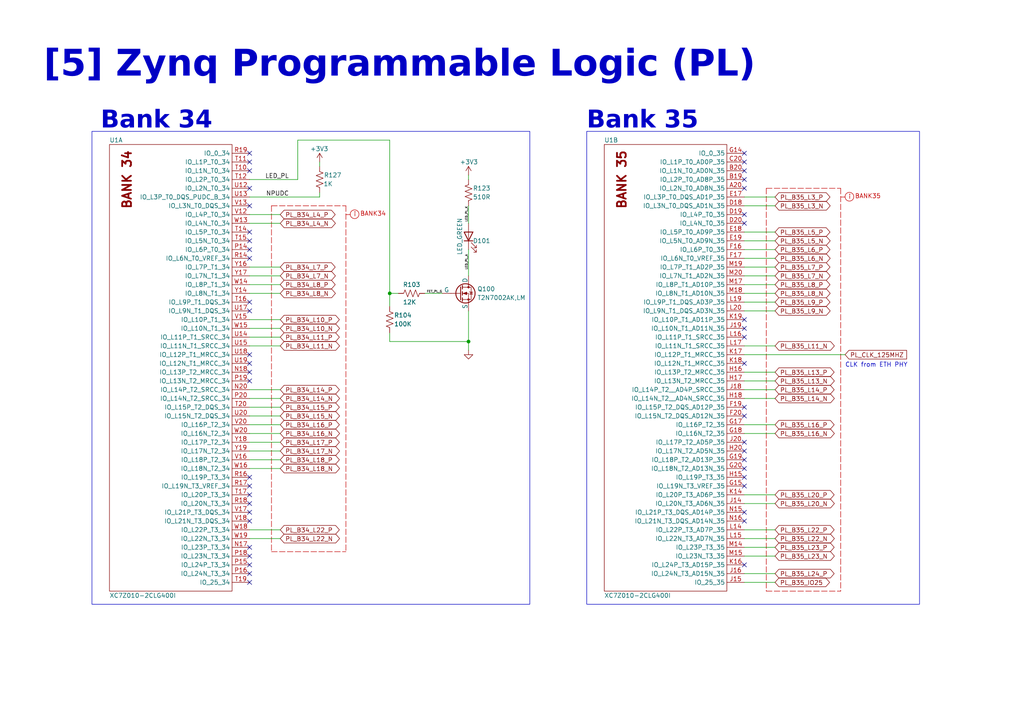
<source format=kicad_sch>
(kicad_sch (version 20230121) (generator eeschema)
  (paper "A4")
  (title_block (title "Zynq Programmable Logic"))
  (lib_symbols
    (symbol "Device:LED" (pin_numbers hide) (pin_names (offset 1.016) hide)
      (property "Reference" "D" (at 0 2.54 0))
      (property "Value" "LED" (at 0 -2.54 0))
      (symbol "LED_1_1"
        (pin passive line (at -3.81 0 0) (length 2.54) (name "K") (number "1"))
        (pin passive line (at 3.81 0 180) (length 2.54) (name "A") (number "2"))
      )
    )
    (symbol "Device:R_US" (pin_numbers hide) (pin_names (offset 0))
      (property "Reference" "R" (at 2.54 0 90))
      (property "Value" "R_US" (at -2.54 0 90))
      (symbol "R_US_1_1"
        (pin passive line (at 0 3.81 270) (length 1.27) (name "~") (number "1"))
        (pin passive line (at 0 -3.81 90) (length 1.27) (name "~") (number "2"))
      )
    )
    (symbol "ZeBra-X:NMOS_T2N7002AKLM" (pin_numbers hide) (pin_names (offset 0))
      (property "Reference" "Q" (at 5.08 1.27 0))
      (property "Value" "T2N7002AK,LM" (at 5.08 -1.27 0))
      (symbol "NMOS_T2N7002AKLM_1_1"
        (pin input line (at -5.08 0 0) (length 2.54) (name "G") (number "1"))
        (pin passive line (at 2.54 -5.08 90) (length 2.54) (name "S") (number "2"))
        (pin passive line (at 2.54 5.08 270) (length 2.54) (name "D") (number "3"))
      )
    )
    (symbol "ZeBra-X:XC7Z010-2CLG400I"
      (property "Reference" "U?" (at 0 1.27 0))
      (property "Value" "XC7Z010-2CLG400I" (at 0 -1.27 0))
      (symbol "XC7Z010-2CLG400I_1_0"
        (pin unspecified line (at 22.86 -50.8 180) (length 5.08) (name "IO_L23P_T3_34") (number "N17"))
        (pin unspecified line (at 22.86 0 180) (length 5.08) (name "IO_L13P_T2_MRCC_34") (number "N18"))
        (pin unspecified line (at 22.86 -5.08 180) (length 5.08) (name "IO_L14P_T2_SRCC_34") (number "N20"))
        (pin unspecified line (at 22.86 35.56 180) (length 5.08) (name "IO_L6P_T0_34") (number "P14"))
        (pin unspecified line (at 22.86 -55.88 180) (length 5.08) (name "IO_L24P_T3_34") (number "P15"))
        (pin unspecified line (at 22.86 -58.42 180) (length 5.08) (name "IO_L24N_T3_34") (number "P16"))
        (pin unspecified line (at 22.86 -53.34 180) (length 5.08) (name "IO_L23N_T3_34") (number "P18"))
        (pin unspecified line (at 22.86 -2.54 180) (length 5.08) (name "IO_L13N_T2_MRCC_34") (number "P19"))
        (pin unspecified line (at 22.86 -7.62 180) (length 5.08) (name "IO_L14N_T2_SRCC_34") (number "P20"))
        (pin unspecified line (at 22.86 33.02 180) (length 5.08) (name "IO_L6N_T0_VREF_34") (number "R14"))
        (pin unspecified line (at 22.86 -30.48 180) (length 5.08) (name "IO_L19P_T3_34") (number "R16"))
        (pin unspecified line (at 22.86 -33.02 180) (length 5.08) (name "IO_L19N_T3_VREF_34") (number "R17"))
        (pin unspecified line (at 22.86 -38.1 180) (length 5.08) (name "IO_L20N_T3_34") (number "R18"))
        (pin unspecified line (at 22.86 63.5 180) (length 5.08) (name "IO_0_34") (number "R19"))
        (pin unspecified line (at 22.86 58.42 180) (length 5.08) (name "IO_L1N_T0_34") (number "T10"))
        (pin unspecified line (at 22.86 60.96 180) (length 5.08) (name "IO_L1P_T0_34") (number "T11"))
        (pin unspecified line (at 22.86 55.88 180) (length 5.08) (name "IO_L2P_T0_34") (number "T12"))
        (pin unspecified line (at 22.86 40.64 180) (length 5.08) (name "IO_L5P_T0_34") (number "T14"))
        (pin unspecified line (at 22.86 38.1 180) (length 5.08) (name "IO_L5N_T0_34") (number "T15"))
        (pin unspecified line (at 22.86 20.32 180) (length 5.08) (name "IO_L9P_T1_DQS_34") (number "T16"))
        (pin unspecified line (at 22.86 -35.56 180) (length 5.08) (name "IO_L20P_T3_34") (number "T17"))
        (pin unspecified line (at 22.86 -60.96 180) (length 5.08) (name "IO_25_34") (number "T19"))
        (pin unspecified line (at 22.86 -10.16 180) (length 5.08) (name "IO_L15P_T2_DQS_34") (number "T20"))
        (pin unspecified line (at 22.86 53.34 180) (length 5.08) (name "IO_L2N_T0_34") (number "U12"))
        (pin unspecified line (at 22.86 50.8 180) (length 5.08) (name "IO_L3P_T0_DQS_PUDC_B_34") (number "U13"))
        (pin unspecified line (at 22.86 10.16 180) (length 5.08) (name "IO_L11P_T1_SRCC_34") (number "U14"))
        (pin unspecified line (at 22.86 7.62 180) (length 5.08) (name "IO_L11N_T1_SRCC_34") (number "U15"))
        (pin unspecified line (at 22.86 17.78 180) (length 5.08) (name "IO_L9N_T1_DQS_34") (number "U17"))
        (pin unspecified line (at 22.86 5.08 180) (length 5.08) (name "IO_L12P_T1_MRCC_34") (number "U18"))
        (pin unspecified line (at 22.86 2.54 180) (length 5.08) (name "IO_L12N_T1_MRCC_34") (number "U19"))
        (pin unspecified line (at 22.86 -12.7 180) (length 5.08) (name "IO_L15N_T2_DQS_34") (number "U20"))
        (pin unspecified line (at 22.86 45.72 180) (length 5.08) (name "IO_L4P_T0_34") (number "V12"))
        (pin unspecified line (at 22.86 48.26 180) (length 5.08) (name "IO_L3N_T0_DQS_34") (number "V13"))
        (pin unspecified line (at 22.86 15.24 180) (length 5.08) (name "IO_L10P_T1_34") (number "V15"))
        (pin unspecified line (at 22.86 -25.4 180) (length 5.08) (name "IO_L18P_T2_34") (number "V16"))
        (pin unspecified line (at 22.86 -40.64 180) (length 5.08) (name "IO_L21P_T3_DQS_34") (number "V17"))
        (pin unspecified line (at 22.86 -43.18 180) (length 5.08) (name "IO_L21N_T3_DQS_34") (number "V18"))
        (pin unspecified line (at 22.86 -15.24 180) (length 5.08) (name "IO_L16P_T2_34") (number "V20"))
        (pin unspecified line (at 22.86 43.18 180) (length 5.08) (name "IO_L4N_T0_34") (number "W13"))
        (pin unspecified line (at 22.86 25.4 180) (length 5.08) (name "IO_L8P_T1_34") (number "W14"))
        (pin unspecified line (at 22.86 12.7 180) (length 5.08) (name "IO_L10N_T1_34") (number "W15"))
        (pin unspecified line (at 22.86 -27.94 180) (length 5.08) (name "IO_L18N_T2_34") (number "W16"))
        (pin unspecified line (at 22.86 -45.72 180) (length 5.08) (name "IO_L22P_T3_34") (number "W18"))
        (pin unspecified line (at 22.86 -48.26 180) (length 5.08) (name "IO_L22N_T3_34") (number "W19"))
        (pin unspecified line (at 22.86 -17.78 180) (length 5.08) (name "IO_L16N_T2_34") (number "W20"))
        (pin unspecified line (at 22.86 22.86 180) (length 5.08) (name "IO_L8N_T1_34") (number "Y14"))
        (pin unspecified line (at 22.86 30.48 180) (length 5.08) (name "IO_L7P_T1_34") (number "Y16"))
        (pin unspecified line (at 22.86 27.94 180) (length 5.08) (name "IO_L7N_T1_34") (number "Y17"))
        (pin unspecified line (at 22.86 -20.32 180) (length 5.08) (name "IO_L17P_T2_34") (number "Y18"))
        (pin unspecified line (at 22.86 -22.86 180) (length 5.08) (name "IO_L17N_T2_34") (number "Y19"))
      )
      (symbol "XC7Z010-2CLG400I_1_1"
        (text "BANK 34" (at -12.7 55.88 900) (effects (font (size 2.54 2.54) bold)))
      )
      (symbol "XC7Z010-2CLG400I_2_0"
        (pin unspecified line (at 22.86 55.88 180) (length 5.08) (name "IO_L2N_T0_AD8N_35") (number "A20"))
        (pin unspecified line (at 22.86 58.42 180) (length 5.08) (name "IO_L2P_T0_AD8P_35") (number "B19"))
        (pin unspecified line (at 22.86 60.96 180) (length 5.08) (name "IO_L1N_T0_AD0N_35") (number "B20"))
        (pin unspecified line (at 22.86 63.5 180) (length 5.08) (name "IO_L1P_T0_AD0P_35") (number "C20"))
        (pin unspecified line (at 22.86 50.8 180) (length 5.08) (name "IO_L3N_T0_DQS_AD1N_35") (number "D18"))
        (pin unspecified line (at 22.86 48.26 180) (length 5.08) (name "IO_L4P_T0_35") (number "D19"))
        (pin unspecified line (at 22.86 45.72 180) (length 5.08) (name "IO_L4N_T0_35") (number "D20"))
        (pin unspecified line (at 22.86 53.34 180) (length 5.08) (name "IO_L3P_T0_DQS_AD1P_35") (number "E17"))
        (pin unspecified line (at 22.86 43.18 180) (length 5.08) (name "IO_L5P_T0_AD9P_35") (number "E18"))
        (pin unspecified line (at 22.86 40.64 180) (length 5.08) (name "IO_L5N_T0_AD9N_35") (number "E19"))
        (pin unspecified line (at 22.86 38.1 180) (length 5.08) (name "IO_L6P_T0_35") (number "F16"))
        (pin unspecified line (at 22.86 35.56 180) (length 5.08) (name "IO_L6N_T0_VREF_35") (number "F17"))
        (pin unspecified line (at 22.86 -7.62 180) (length 5.08) (name "IO_L15P_T2_DQS_AD12P_35") (number "F19"))
        (pin unspecified line (at 22.86 -10.16 180) (length 5.08) (name "IO_L15N_T2_DQS_AD12N_35") (number "F20"))
        (pin unspecified line (at 22.86 66.04 180) (length 5.08) (name "IO_0_35") (number "G14"))
        (pin unspecified line (at 22.86 -30.48 180) (length 5.08) (name "IO_L19N_T3_VREF_35") (number "G15"))
        (pin unspecified line (at 22.86 -12.7 180) (length 5.08) (name "IO_L16P_T2_35") (number "G17"))
        (pin unspecified line (at 22.86 -15.24 180) (length 5.08) (name "IO_L16N_T2_35") (number "G18"))
        (pin unspecified line (at 22.86 -22.86 180) (length 5.08) (name "IO_L18P_T2_AD13P_35") (number "G19"))
        (pin unspecified line (at 22.86 -25.4 180) (length 5.08) (name "IO_L18N_T2_AD13N_35") (number "G20"))
        (pin unspecified line (at 22.86 -27.94 180) (length 5.08) (name "IO_L19P_T3_35") (number "H15"))
        (pin unspecified line (at 22.86 2.54 180) (length 5.08) (name "IO_L13P_T2_MRCC_35") (number "H16"))
        (pin unspecified line (at 22.86 0 180) (length 5.08) (name "IO_L13N_T2_MRCC_35") (number "H17"))
        (pin unspecified line (at 22.86 -5.08 180) (length 5.08) (name "IO_L14N_T2__AD4N_SRCC_35") (number "H18"))
        (pin unspecified line (at 22.86 -20.32 180) (length 5.08) (name "IO_L17N_T2_AD5N_35") (number "H20"))
        (pin unspecified line (at 22.86 -35.56 180) (length 5.08) (name "IO_L20N_T3_AD6N_35") (number "J14"))
        (pin unspecified line (at 22.86 -58.42 180) (length 5.08) (name "IO_25_35") (number "J15"))
        (pin unspecified line (at 22.86 -55.88 180) (length 5.08) (name "IO_L24N_T3_AD15N_35") (number "J16"))
        (pin unspecified line (at 22.86 -2.54 180) (length 5.08) (name "IO_L14P_T2__AD4P_SRCC_35") (number "J18"))
        (pin unspecified line (at 22.86 15.24 180) (length 5.08) (name "IO_L10N_T1_AD11N_35") (number "J19"))
        (pin unspecified line (at 22.86 -17.78 180) (length 5.08) (name "IO_L17P_T2_AD5P_35") (number "J20"))
        (pin unspecified line (at 22.86 -33.02 180) (length 5.08) (name "IO_L20P_T3_AD6P_35") (number "K14"))
        (pin unspecified line (at 22.86 -53.34 180) (length 5.08) (name "IO_L24P_T3_AD15P_35") (number "K16"))
        (pin unspecified line (at 22.86 7.62 180) (length 5.08) (name "IO_L12P_T1_MRCC_35") (number "K17"))
        (pin unspecified line (at 22.86 5.08 180) (length 5.08) (name "IO_L12N_T1_MRCC_35") (number "K18"))
        (pin unspecified line (at 22.86 17.78 180) (length 5.08) (name "IO_L10P_T1_AD11P_35") (number "K19"))
        (pin unspecified line (at 22.86 -43.18 180) (length 5.08) (name "IO_L22P_T3_AD7P_35") (number "L14"))
        (pin unspecified line (at 22.86 -45.72 180) (length 5.08) (name "IO_L22N_T3_AD7N_35") (number "L15"))
        (pin unspecified line (at 22.86 12.7 180) (length 5.08) (name "IO_L11P_T1_SRCC_35") (number "L16"))
        (pin unspecified line (at 22.86 10.16 180) (length 5.08) (name "IO_L11N_T1_SRCC_35") (number "L17"))
        (pin unspecified line (at 22.86 22.86 180) (length 5.08) (name "IO_L9P_T1_DQS_AD3P_35") (number "L19"))
        (pin unspecified line (at 22.86 20.32 180) (length 5.08) (name "IO_L9N_T1_DQS_AD3N_35") (number "L20"))
        (pin unspecified line (at 22.86 -48.26 180) (length 5.08) (name "IO_L23P_T3_35") (number "M14"))
        (pin unspecified line (at 22.86 -50.8 180) (length 5.08) (name "IO_L23N_T3_35") (number "M15"))
        (pin unspecified line (at 22.86 27.94 180) (length 5.08) (name "IO_L8P_T1_AD10P_35") (number "M17"))
        (pin unspecified line (at 22.86 25.4 180) (length 5.08) (name "IO_L8N_T1_AD10N_35") (number "M18"))
        (pin unspecified line (at 22.86 33.02 180) (length 5.08) (name "IO_L7P_T1_AD2P_35") (number "M19"))
        (pin unspecified line (at 22.86 30.48 180) (length 5.08) (name "IO_L7N_T1_AD2N_35") (number "M20"))
        (pin unspecified line (at 22.86 -38.1 180) (length 5.08) (name "IO_L21P_T3_DQS_AD14P_35") (number "N15"))
        (pin unspecified line (at 22.86 -40.64 180) (length 5.08) (name "IO_L21N_T3_DQS_AD14N_35") (number "N16"))
      )
      (symbol "XC7Z010-2CLG400I_2_1"
        (text "BANK 35" (at -12.7 58.42 900) (effects (font (size 2.54 2.54) bold)))
      )
      (symbol "XC7Z010-2CLG400I_3_0"
        (pin unspecified line (at 12.7 17.78 180) (length 5.08) (name "TDO_0") (number "F6"))
        (pin unspecified line (at 12.7 15.24 180) (length 5.08) (name "TCK_0") (number "F9"))
        (pin unspecified line (at 12.7 20.32 180) (length 5.08) (name "TDI_0") (number "G6"))
        (pin unspecified line (at 12.7 12.7 180) (length 5.08) (name "TMS_0") (number "J6"))
        (pin unspecified line (at 12.7 -17.78 180) (length 5.08) (name "VREFN_0") (number "K10"))
        (pin unspecified line (at 12.7 -7.62 180) (length 5.08) (name "VP_0") (number "K9"))
        (pin unspecified line (at 12.7 -10.16 180) (length 5.08) (name "VN_0") (number "L10"))
        (pin unspecified line (at 12.7 0 180) (length 5.08) (name "PROGRAM_B_0") (number "L6"))
        (pin unspecified line (at 12.7 -15.24 180) (length 5.08) (name "VREFP_0") (number "L9"))
        (pin unspecified line (at 12.7 -25.4 180) (length 5.08) (name "DXN_0") (number "M10"))
        (pin unspecified line (at 12.7 -2.54 180) (length 5.08) (name "CFGBVS_0") (number "M6"))
        (pin unspecified line (at 12.7 -22.86 180) (length 5.08) (name "DXP_0") (number "M9"))
        (pin unspecified line (at 12.7 5.08 180) (length 5.08) (name "INIT_B_0") (number "R10"))
        (pin unspecified line (at 12.7 7.62 180) (length 5.08) (name "DONE_0") (number "R11"))
      )
      (symbol "XC7Z010-2CLG400I_4_0"
        (pin unspecified line (at 15.24 -35.56 180) (length 5.08) (name "PS_MIO37_501") (number "A10"))
        (pin unspecified line (at 15.24 -33.02 180) (length 5.08) (name "PS_MIO36_501") (number "A11"))
        (pin unspecified line (at 15.24 -27.94 180) (length 5.08) (name "PS_MIO34_501") (number "A12"))
        (pin unspecified line (at 15.24 -22.86 180) (length 5.08) (name "PS_MIO32_501") (number "A14"))
        (pin unspecified line (at 15.24 -7.62 180) (length 5.08) (name "PS_MIO26_501") (number "A15"))
        (pin unspecified line (at 15.24 -2.54 180) (length 5.08) (name "PS_MIO24_501") (number "A16"))
        (pin unspecified line (at 15.24 7.62 180) (length 5.08) (name "PS_MIO20_501") (number "A17"))
        (pin unspecified line (at 15.24 17.78 180) (length 5.08) (name "PS_MIO16_501") (number "A19"))
        (pin unspecified line (at 15.24 43.18 180) (length 5.08) (name "PS_MIO6_500") (number "A5"))
        (pin unspecified line (at 15.24 45.72 180) (length 5.08) (name "PS_MIO5_500") (number "A6"))
        (pin unspecified line (at 15.24 55.88 180) (length 5.08) (name "PS_MIO1_500") (number "A7"))
        (pin unspecified line (at 15.24 -50.8 180) (length 5.08) (name "PS_MIO43_501") (number "A9"))
        (pin unspecified line (at 15.24 68.58 180) (length 5.08) (name "PS_SRST_B_501") (number "B10"))
        (pin unspecified line (at 15.24 -63.5 180) (length 5.08) (name "PS_MIO48_501") (number "B12"))
        (pin unspecified line (at 15.24 -68.58 180) (length 5.08) (name "PS_MIO50_501") (number "B13"))
        (pin unspecified line (at 15.24 -60.96 180) (length 5.08) (name "PS_MIO47_501") (number "B14"))
        (pin unspecified line (at 15.24 -55.88 180) (length 5.08) (name "PS_MIO45_501") (number "B15"))
        (pin unspecified line (at 15.24 2.54 180) (length 5.08) (name "PS_MIO22_501") (number "B17"))
        (pin unspecified line (at 15.24 12.7 180) (length 5.08) (name "PS_MIO18_501") (number "B18"))
        (pin unspecified line (at 15.24 35.56 180) (length 5.08) (name "PS_MIO9_500") (number "B5"))
        (pin unspecified line (at 15.24 48.26 180) (length 5.08) (name "PS_MIO4_500") (number "B7"))
        (pin unspecified line (at 15.24 53.34 180) (length 5.08) (name "PS_MIO2_500") (number "B8"))
        (pin unspecified line (at 15.24 -71.12 180) (length 5.08) (name "PS_MIO51_501") (number "B9"))
        (pin unspecified line (at 15.24 -73.66 180) (length 5.08) (name "PS_MIO52_501") (number "C10"))
        (pin unspecified line (at 15.24 -76.2 180) (length 5.08) (name "PS_MIO53_501") (number "C11"))
        (pin unspecified line (at 15.24 -66.04 180) (length 5.08) (name "PS_MIO49_501") (number "C12"))
        (pin unspecified line (at 15.24 -15.24 180) (length 5.08) (name "PS_MIO29_501") (number "C13"))
        (pin unspecified line (at 15.24 -17.78 180) (length 5.08) (name "PS_MIO30_501") (number "C15"))
        (pin unspecified line (at 15.24 -12.7 180) (length 5.08) (name "PS_MIO28_501") (number "C16"))
        (pin unspecified line (at 15.24 -45.72 180) (length 5.08) (name "PS_MIO41_501") (number "C17"))
        (pin unspecified line (at 15.24 -40.64 180) (length 5.08) (name "PS_MIO39_501") (number "C18"))
        (pin unspecified line (at 15.24 22.86 180) (length 5.08) (name "PS_MIO14_500") (number "C5"))
        (pin unspecified line (at 15.24 30.48 180) (length 5.08) (name "PS_MIO11_500") (number "C6"))
        (pin unspecified line (at 15.24 71.12 180) (length 5.08) (name "PS_POR_B_500") (number "C7"))
        (pin unspecified line (at 15.24 20.32 180) (length 5.08) (name "PS_MIO15_500") (number "C8"))
        (pin unspecified line (at 15.24 10.16 180) (length 5.08) (name "PS_MIO19_501") (number "D10"))
        (pin unspecified line (at 15.24 0 180) (length 5.08) (name "PS_MIO23_501") (number "D11"))
        (pin unspecified line (at 15.24 -10.16 180) (length 5.08) (name "PS_MIO27_501") (number "D13"))
        (pin unspecified line (at 15.24 -43.18 180) (length 5.08) (name "PS_MIO40_501") (number "D14"))
        (pin unspecified line (at 15.24 -25.4 180) (length 5.08) (name "PS_MIO33_501") (number "D15"))
        (pin unspecified line (at 15.24 -58.42 180) (length 5.08) (name "PS_MIO46_501") (number "D16"))
        (pin unspecified line (at 15.24 38.1 180) (length 5.08) (name "PS_MIO8_500") (number "D5"))
        (pin unspecified line (at 15.24 50.8 180) (length 5.08) (name "PS_MIO3_500") (number "D6"))
        (pin unspecified line (at 15.24 40.64 180) (length 5.08) (name "PS_MIO7_500") (number "D8"))
        (pin unspecified line (at 15.24 27.94 180) (length 5.08) (name "PS_MIO12_500") (number "D9"))
        (pin unspecified line (at 15.24 63.5 180) (length 5.08) (name "PS_MIO_VREF_501") (number "E11"))
        (pin unspecified line (at 15.24 -48.26 180) (length 5.08) (name "PS_MIO42_501") (number "E12"))
        (pin unspecified line (at 15.24 -38.1 180) (length 5.08) (name "PS_MIO38_501") (number "E13"))
        (pin unspecified line (at 15.24 15.24 180) (length 5.08) (name "PS_MIO17_501") (number "E14"))
        (pin unspecified line (at 15.24 -20.32 180) (length 5.08) (name "PS_MIO31_501") (number "E16"))
        (pin unspecified line (at 15.24 58.42 180) (length 5.08) (name "PS_MIO0_500") (number "E6"))
        (pin unspecified line (at 15.24 76.2 180) (length 5.08) (name "PS_CLK_500") (number "E7"))
        (pin unspecified line (at 15.24 25.4 180) (length 5.08) (name "PS_MIO13_500") (number "E8"))
        (pin unspecified line (at 15.24 33.02 180) (length 5.08) (name "PS_MIO10_500") (number "E9"))
        (pin unspecified line (at 15.24 -30.48 180) (length 5.08) (name "PS_MIO35_501") (number "F12"))
        (pin unspecified line (at 15.24 -53.34 180) (length 5.08) (name "PS_MIO44_501") (number "F13"))
        (pin unspecified line (at 15.24 5.08 180) (length 5.08) (name "PS_MIO21_501") (number "F14"))
        (pin unspecified line (at 15.24 -5.08 180) (length 5.08) (name "PS_MIO25_501") (number "F15"))
      )
      (symbol "XC7Z010-2CLG400I_6_0"
        (pin unspecified line (at 17.78 -5.08 180) (length 5.08) (name "VCCO_35") (number "C19"))
        (pin unspecified line (at 17.78 -7.62 180) (length 5.08) (name "VCCO_35") (number "F18"))
        (pin unspecified line (at 17.78 -10.16 180) (length 5.08) (name "VCCO_35") (number "H14"))
        (pin unspecified line (at 17.78 -12.7 180) (length 5.08) (name "VCCO_35") (number "J17"))
        (pin unspecified line (at 17.78 -15.24 180) (length 5.08) (name "VCCO_35") (number "K20"))
        (pin unspecified line (at -17.78 0 0) (length 5.08) (name "VCCO_0") (number "K6"))
        (pin unspecified line (at 17.78 -17.78 180) (length 5.08) (name "VCCO_35") (number "M16"))
        (pin unspecified line (at -17.78 -5.08 0) (length 5.08) (name "VCCO_34") (number "N19"))
        (pin unspecified line (at -17.78 5.08 0) (length 5.08) (name "RSVDVCC3") (number "N6"))
        (pin unspecified line (at -17.78 -7.62 0) (length 5.08) (name "VCCO_34") (number "R15"))
        (pin unspecified line (at -17.78 7.62 0) (length 5.08) (name "RSVDVCC2") (number "R6"))
        (pin unspecified line (at -17.78 -10.16 0) (length 5.08) (name "VCCO_34") (number "T18"))
        (pin unspecified line (at -17.78 10.16 0) (length 5.08) (name "RSVDVCC1") (number "T6"))
        (pin unspecified line (at 17.78 7.62 180) (length 5.08) (name "VCCO_13") (number "T8"))
        (pin unspecified line (at 17.78 5.08 180) (length 5.08) (name "VCCO_13") (number "U11"))
        (pin unspecified line (at -17.78 -12.7 0) (length 5.08) (name "VCCO_34") (number "V14"))
        (pin unspecified line (at -17.78 -15.24 0) (length 5.08) (name "VCCO_34") (number "W17"))
        (pin unspecified line (at 17.78 2.54 180) (length 5.08) (name "VCCO_13") (number "W7"))
        (pin unspecified line (at 17.78 0 180) (length 5.08) (name "VCCO_13") (number "Y10"))
        (pin unspecified line (at -17.78 -17.78 0) (length 5.08) (name "VCCO_34") (number "Y20"))
      )
      (symbol "XC7Z010-2CLG400I_7_0"
        (pin unspecified line (at -22.86 -40.64 0) (length 5.08) (name "VCCO_MIO1_501") (number "A13"))
        (pin unspecified line (at 22.86 -17.78 180) (length 5.08) (name "VCCO_DDR_502") (number "A3"))
        (pin unspecified line (at -22.86 -43.18 0) (length 5.08) (name "VCCO_MIO1_501") (number "B16"))
        (pin unspecified line (at -22.86 -33.02 0) (length 5.08) (name "VCCO_MIO0_500") (number "B6"))
        (pin unspecified line (at -22.86 -45.72 0) (length 5.08) (name "VCCO_MIO1_501") (number "D12"))
        (pin unspecified line (at 22.86 -20.32 180) (length 5.08) (name "VCCO_DDR_502") (number "D2"))
        (pin unspecified line (at -22.86 -35.56 0) (length 5.08) (name "VCCO_MIO0_500") (number "D7"))
        (pin unspecified line (at -22.86 -48.26 0) (length 5.08) (name "VCCO_MIO1_501") (number "E15"))
        (pin unspecified line (at 22.86 -22.86 180) (length 5.08) (name "VCCO_DDR_502") (number "E5"))
        (pin unspecified line (at 22.86 25.4 180) (length 5.08) (name "VCCBATT_0") (number "F11"))
        (pin unspecified line (at 22.86 -2.54 180) (length 5.08) (name "VCCPAUX") (number "F8"))
        (pin unspecified line (at 22.86 -25.4 180) (length 5.08) (name "VCCO_DDR_502") (number "G1"))
        (pin unspecified line (at 22.86 -45.72 180) (length 5.08) (name "VCCBRAM") (number "G11"))
        (pin unspecified line (at -22.86 30.48 0) (length 5.08) (name "VCCINT") (number "G13"))
        (pin unspecified line (at -22.86 5.08 0) (length 5.08) (name "VCCPINT") (number "G7"))
        (pin unspecified line (at 22.86 30.48 180) (length 5.08) (name "VCCPLL") (number "G8"))
        (pin unspecified line (at 22.86 -5.08 180) (length 5.08) (name "VCCPAUX") (number "G9"))
        (pin unspecified line (at 22.86 -48.26 180) (length 5.08) (name "VCCBRAM") (number "H10"))
        (pin unspecified line (at -22.86 27.94 0) (length 5.08) (name "VCCINT") (number "H12"))
        (pin unspecified line (at 22.86 -27.94 180) (length 5.08) (name "VCCO_DDR_502") (number "H4"))
        (pin unspecified line (at 22.86 -7.62 180) (length 5.08) (name "VCCPAUX") (number "H8"))
        (pin unspecified line (at 22.86 15.24 180) (length 5.08) (name "VCCAUX") (number "J11"))
        (pin unspecified line (at -22.86 25.4 0) (length 5.08) (name "VCCINT") (number "J13"))
        (pin unspecified line (at -22.86 2.54 0) (length 5.08) (name "VCCPINT") (number "J7"))
        (pin unspecified line (at 22.86 20.32 180) (length 5.08) (name "VCCADC_0") (number "J9"))
        (pin unspecified line (at -22.86 22.86 0) (length 5.08) (name "VCCINT") (number "K12"))
        (pin unspecified line (at 22.86 -10.16 180) (length 5.08) (name "VCCPAUX") (number "K8"))
        (pin unspecified line (at 22.86 12.7 180) (length 5.08) (name "VCCAUX") (number "L11"))
        (pin unspecified line (at -22.86 20.32 0) (length 5.08) (name "VCCINT") (number "L13"))
        (pin unspecified line (at 22.86 -30.48 180) (length 5.08) (name "VCCO_DDR_502") (number "L3"))
        (pin unspecified line (at -22.86 0 0) (length 5.08) (name "VCCPINT") (number "L7"))
        (pin unspecified line (at -22.86 17.78 0) (length 5.08) (name "VCCINT") (number "M12"))
        (pin unspecified line (at 22.86 -12.7 180) (length 5.08) (name "VCCPAUX") (number "M8"))
        (pin unspecified line (at 22.86 7.62 180) (length 5.08) (name "VCCAUX") (number "N11"))
        (pin unspecified line (at -22.86 15.24 0) (length 5.08) (name "VCCINT") (number "N13"))
        (pin unspecified line (at -22.86 -2.54 0) (length 5.08) (name "VCCPINT") (number "N7"))
        (pin unspecified line (at 22.86 10.16 180) (length 5.08) (name "VCCAUX") (number "N9"))
        (pin unspecified line (at 22.86 5.08 180) (length 5.08) (name "VCCAUX") (number "P10"))
        (pin unspecified line (at -22.86 12.7 0) (length 5.08) (name "VCCINT") (number "P12"))
        (pin unspecified line (at 22.86 -33.02 180) (length 5.08) (name "VCCO_DDR_502") (number "P2"))
        (pin unspecified line (at -22.86 -5.08 0) (length 5.08) (name "VCCPINT") (number "P8"))
        (pin unspecified line (at -22.86 10.16 0) (length 5.08) (name "VCCINT") (number "R13"))
        (pin unspecified line (at 22.86 -35.56 180) (length 5.08) (name "VCCO_DDR_502") (number "R5"))
        (pin unspecified line (at -22.86 -7.62 0) (length 5.08) (name "VCCPINT") (number "R7"))
        (pin unspecified line (at 22.86 2.54 180) (length 5.08) (name "VCCAUX") (number "R9"))
        (pin unspecified line (at 22.86 -38.1 180) (length 5.08) (name "VCCO_DDR_502") (number "U1"))
        (pin unspecified line (at 22.86 -40.64 180) (length 5.08) (name "VCCO_DDR_502") (number "V4"))
      )
      (symbol "XC7Z010-2CLG400I_8_0"
        (pin unspecified line (at -15.24 27.94 0) (length 5.08) (name "GND") (number "A18"))
        (pin unspecified line (at -15.24 30.48 0) (length 5.08) (name "GND") (number "A8"))
        (pin unspecified line (at -15.24 25.4 0) (length 5.08) (name "GND") (number "B1"))
        (pin unspecified line (at -15.24 22.86 0) (length 5.08) (name "GND") (number "B11"))
        (pin unspecified line (at -15.24 17.78 0) (length 5.08) (name "GND") (number "C14"))
        (pin unspecified line (at -15.24 20.32 0) (length 5.08) (name "GND") (number "C4"))
        (pin unspecified line (at -15.24 -33.02 0) (length 5.08) (name "GND") (number "C9"))
        (pin unspecified line (at -15.24 12.7 0) (length 5.08) (name "GND") (number "D17"))
        (pin unspecified line (at -15.24 10.16 0) (length 5.08) (name "GND") (number "E10"))
        (pin unspecified line (at -15.24 7.62 0) (length 5.08) (name "GND") (number "E20"))
        (pin unspecified line (at 15.24 -43.18 180) (length 5.08) (name "RSVDGND") (number "F10"))
        (pin unspecified line (at -15.24 5.08 0) (length 5.08) (name "GND") (number "F3"))
        (pin unspecified line (at -15.24 2.54 0) (length 5.08) (name "GND") (number "F7"))
        (pin unspecified line (at -15.24 0 0) (length 5.08) (name "GND") (number "G10"))
        (pin unspecified line (at -15.24 -2.54 0) (length 5.08) (name "GND") (number "G12"))
        (pin unspecified line (at -15.24 -5.08 0) (length 5.08) (name "GND") (number "G16"))
        (pin unspecified line (at -15.24 -12.7 0) (length 5.08) (name "GND") (number "H11"))
        (pin unspecified line (at -15.24 -15.24 0) (length 5.08) (name "GND") (number "H13"))
        (pin unspecified line (at -15.24 -17.78 0) (length 5.08) (name "GND") (number "H19"))
        (pin unspecified line (at -15.24 -7.62 0) (length 5.08) (name "GND") (number "H7"))
        (pin unspecified line (at -15.24 -10.16 0) (length 5.08) (name "GND") (number "H9"))
        (pin unspecified line (at 15.24 -48.26 180) (length 5.08) (name "GNDADC_0") (number "J10"))
        (pin unspecified line (at -15.24 -25.4 0) (length 5.08) (name "GND") (number "J12"))
        (pin unspecified line (at -15.24 -20.32 0) (length 5.08) (name "GND") (number "J2"))
        (pin unspecified line (at -15.24 -22.86 0) (length 5.08) (name "GND") (number "J8"))
        (pin unspecified line (at -15.24 15.24 0) (length 5.08) (name "GND") (number "K11"))
        (pin unspecified line (at -15.24 -35.56 0) (length 5.08) (name "GND") (number "K13"))
        (pin unspecified line (at -15.24 -38.1 0) (length 5.08) (name "GND") (number "K15"))
        (pin unspecified line (at -15.24 -27.94 0) (length 5.08) (name "GND") (number "K5"))
        (pin unspecified line (at -15.24 -30.48 0) (length 5.08) (name "GND") (number "K7"))
        (pin unspecified line (at -15.24 -43.18 0) (length 5.08) (name "GND") (number "L12"))
        (pin unspecified line (at -15.24 -45.72 0) (length 5.08) (name "GND") (number "L18"))
        (pin unspecified line (at -15.24 -40.64 0) (length 5.08) (name "GND") (number "L8"))
        (pin unspecified line (at 15.24 30.48 180) (length 5.08) (name "GND") (number "M1"))
        (pin unspecified line (at 15.24 25.4 180) (length 5.08) (name "GND") (number "M11"))
        (pin unspecified line (at 15.24 22.86 180) (length 5.08) (name "GND") (number "M13"))
        (pin unspecified line (at 15.24 27.94 180) (length 5.08) (name "GND") (number "M7"))
        (pin unspecified line (at 15.24 15.24 180) (length 5.08) (name "GND") (number "N10"))
        (pin unspecified line (at 15.24 12.7 180) (length 5.08) (name "GND") (number "N12"))
        (pin unspecified line (at 15.24 10.16 180) (length 5.08) (name "GND") (number "N14"))
        (pin unspecified line (at 15.24 20.32 180) (length 5.08) (name "GND") (number "N4"))
        (pin unspecified line (at 15.24 17.78 180) (length 5.08) (name "GND") (number "N8"))
        (pin unspecified line (at 15.24 2.54 180) (length 5.08) (name "GND") (number "P11"))
        (pin unspecified line (at 15.24 0 180) (length 5.08) (name "GND") (number "P13"))
        (pin unspecified line (at 15.24 -2.54 180) (length 5.08) (name "GND") (number "P17"))
        (pin unspecified line (at 15.24 7.62 180) (length 5.08) (name "GND") (number "P7"))
        (pin unspecified line (at 15.24 5.08 180) (length 5.08) (name "GND") (number "P9"))
        (pin unspecified line (at 15.24 -7.62 180) (length 5.08) (name "GND") (number "R12"))
        (pin unspecified line (at 15.24 -5.08 180) (length 5.08) (name "GND") (number "R18"))
        (pin unspecified line (at 15.24 -10.16 180) (length 5.08) (name "GND") (number "R20"))
        (pin unspecified line (at 15.24 -17.78 180) (length 5.08) (name "GND") (number "T13"))
        (pin unspecified line (at 15.24 -12.7 180) (length 5.08) (name "GND") (number "T3"))
        (pin unspecified line (at 15.24 -15.24 180) (length 5.08) (name "GND") (number "T7"))
        (pin unspecified line (at 15.24 -22.86 180) (length 5.08) (name "GND") (number "U16"))
        (pin unspecified line (at 15.24 -20.32 180) (length 5.08) (name "GND") (number "U6"))
        (pin unspecified line (at 15.24 -27.94 180) (length 5.08) (name "GND") (number "V19"))
        (pin unspecified line (at 15.24 -25.4 180) (length 5.08) (name "GND") (number "V9"))
        (pin unspecified line (at 15.24 -33.02 180) (length 5.08) (name "GND") (number "W12"))
        (pin unspecified line (at 15.24 -30.48 180) (length 5.08) (name "GND") (number "W2"))
        (pin unspecified line (at 15.24 -38.1 180) (length 5.08) (name "GND") (number "Y15"))
        (pin unspecified line (at 15.24 -35.56 180) (length 5.08) (name "GND") (number "Y5"))
      )
      (symbol "XC7Z010-2CLG400I_9_0"
        (pin unspecified line (at -10.16 10.16 0) (length 5.08) (name "NC") (number "T5"))
        (pin unspecified line (at -10.16 7.62 0) (length 5.08) (name "NC") (number "T9"))
        (pin unspecified line (at -10.16 -5.08 0) (length 5.08) (name "NC") (number "U10"))
        (pin unspecified line (at -10.16 5.08 0) (length 5.08) (name "NC") (number "U5"))
        (pin unspecified line (at -10.16 2.54 0) (length 5.08) (name "NC") (number "U7"))
        (pin unspecified line (at -10.16 0 0) (length 5.08) (name "NC") (number "U8"))
        (pin unspecified line (at -10.16 -2.54 0) (length 5.08) (name "NC") (number "U9"))
        (pin unspecified line (at -10.16 -17.78 0) (length 5.08) (name "NC") (number "V10"))
        (pin unspecified line (at 10.16 12.7 180) (length 5.08) (name "NC") (number "V11"))
        (pin unspecified line (at -10.16 -7.62 0) (length 5.08) (name "NC") (number "V5"))
        (pin unspecified line (at -10.16 -10.16 0) (length 5.08) (name "NC") (number "V6"))
        (pin unspecified line (at -10.16 -12.7 0) (length 5.08) (name "NC") (number "V7"))
        (pin unspecified line (at -10.16 -15.24 0) (length 5.08) (name "NC") (number "V8"))
        (pin unspecified line (at 10.16 2.54 180) (length 5.08) (name "NC") (number "W10"))
        (pin unspecified line (at 10.16 0 180) (length 5.08) (name "NC") (number "W11"))
        (pin unspecified line (at 10.16 10.16 180) (length 5.08) (name "NC") (number "W6"))
        (pin unspecified line (at 10.16 7.62 180) (length 5.08) (name "NC") (number "W8"))
        (pin unspecified line (at 10.16 5.08 180) (length 5.08) (name "NC") (number "W9"))
        (pin unspecified line (at 10.16 -12.7 180) (length 5.08) (name "NC") (number "Y11"))
        (pin unspecified line (at 10.16 -15.24 180) (length 5.08) (name "NC") (number "Y12"))
        (pin unspecified line (at 10.16 -17.78 180) (length 5.08) (name "NC") (number "Y13"))
        (pin unspecified line (at 10.16 -2.54 180) (length 5.08) (name "NC") (number "Y6"))
        (pin unspecified line (at 10.16 -5.08 180) (length 5.08) (name "NC") (number "Y7"))
        (pin unspecified line (at 10.16 -7.62 180) (length 5.08) (name "NC") (number "Y8"))
        (pin unspecified line (at 10.16 -10.16 180) (length 5.08) (name "NC") (number "Y9"))
      )
    )
    (symbol "power:+3V3" (power) (pin_names (offset 0))
      (property "Value" "+3V3" (at 0 3.556 0))
      (symbol "+3V3_1_1"
        (pin power_in line (at 0 0 90) (length 0) hide (name "+3V3") (number "1"))
      )
    )
    (symbol "power:GND" (power) (pin_names (offset 0))
      (property "Value" "GND" (at 0 -3.81 0))
      (symbol "GND_1_1"
        (pin power_in line (at 0 0 270) (length 0) hide (name "GND") (number "1"))
      )
    )
  )
  (junction (at 113.03 85.09))
  (junction (at 135.89 99.06))
  (no_connect (at 72.39 168.91))
  (no_connect (at 72.39 140.97))
  (no_connect (at 215.9 46.99))
  (no_connect (at 72.39 102.87))
  (no_connect (at 72.39 148.59))
  (no_connect (at 72.39 146.05))
  (no_connect (at 215.9 118.11))
  (no_connect (at 72.39 107.95))
  (no_connect (at 72.39 46.99))
  (no_connect (at 215.9 133.35))
  (no_connect (at 215.9 62.23))
  (no_connect (at 72.39 54.61))
  (no_connect (at 72.39 74.93))
  (no_connect (at 72.39 49.53))
  (no_connect (at 72.39 138.43))
  (no_connect (at 215.9 64.77))
  (no_connect (at 215.9 105.41))
  (no_connect (at 72.39 151.13))
  (no_connect (at 215.9 128.27))
  (no_connect (at 215.9 151.13))
  (no_connect (at 72.39 158.75))
  (no_connect (at 72.39 161.29))
  (no_connect (at 215.9 49.53))
  (no_connect (at 215.9 163.83))
  (no_connect (at 72.39 163.83))
  (no_connect (at 215.9 130.81))
  (no_connect (at 215.9 120.65))
  (no_connect (at 72.39 59.69))
  (no_connect (at 72.39 90.17))
  (no_connect (at 215.9 148.59))
  (no_connect (at 215.9 135.89))
  (no_connect (at 72.39 69.85))
  (no_connect (at 215.9 54.61))
  (no_connect (at 72.39 67.31))
  (no_connect (at 215.9 52.07))
  (no_connect (at 72.39 72.39))
  (no_connect (at 72.39 166.37))
  (no_connect (at 215.9 92.71))
  (no_connect (at 72.39 105.41))
  (no_connect (at 72.39 44.45))
  (no_connect (at 215.9 44.45))
  (no_connect (at 215.9 138.43))
  (no_connect (at 72.39 110.49))
  (no_connect (at 215.9 140.97))
  (no_connect (at 215.9 97.79))
  (no_connect (at 72.39 143.51))
  (no_connect (at 72.39 87.63))
  (no_connect (at 215.9 95.25))
  (wire (pts (xy 215.9 115.57) (xy 224.79 115.57)))
  (wire (pts (xy 135.89 72.39) (xy 135.89 80.01)))
  (wire (pts (xy 86.36 52.07) (xy 86.36 40.64)))
  (wire (pts (xy 113.03 85.09) (xy 113.03 88.9)))
  (wire (pts (xy 123.19 85.09) (xy 128.27 85.09)))
  (wire (pts (xy 215.9 123.19) (xy 224.79 123.19)))
  (wire (pts (xy 72.39 156.21) (xy 81.28 156.21)))
  (wire (pts (xy 215.9 107.95) (xy 224.79 107.95)))
  (polyline (pts (xy 222.25 54.61) (xy 222.25 171.45)) (stroke (width 0) (type dash) (color 194 0 0 1)))
  (wire (pts (xy 135.89 59.69) (xy 135.89 64.77)))
  (wire (pts (xy 215.9 59.69) (xy 224.79 59.69)))
  (wire (pts (xy 72.39 120.65) (xy 81.28 120.65)))
  (wire (pts (xy 113.03 40.64) (xy 113.03 85.09)))
  (polyline (pts (xy 100.33 59.69) (xy 100.33 160.02)) (stroke (width 0) (type dash) (color 194 0 0 1)))
  (polyline (pts (xy 78.74 59.69) (xy 100.33 59.69)) (stroke (width 0) (type dash) (color 194 0 0 1)))
  (wire (pts (xy 215.9 168.91) (xy 224.79 168.91)))
  (wire (pts (xy 215.9 72.39) (xy 224.79 72.39)))
  (wire (pts (xy 86.36 40.64) (xy 113.03 40.64)))
  (wire (pts (xy 215.9 125.73) (xy 224.79 125.73)))
  (wire (pts (xy 113.03 96.52) (xy 113.03 99.06)))
  (wire (pts (xy 215.9 69.85) (xy 224.79 69.85)))
  (polyline (pts (xy 243.84 54.61) (xy 243.84 171.45)) (stroke (width 0) (type dash) (color 194 0 0 1)))
  (wire (pts (xy 72.39 123.19) (xy 81.28 123.19)))
  (wire (pts (xy 72.39 80.01) (xy 81.28 80.01)))
  (wire (pts (xy 72.39 77.47) (xy 81.28 77.47)))
  (wire (pts (xy 215.9 143.51) (xy 224.79 143.51)))
  (wire (pts (xy 72.39 130.81) (xy 81.28 130.81)))
  (wire (pts (xy 113.03 85.09) (xy 115.57 85.09)))
  (wire (pts (xy 135.89 99.06) (xy 135.89 101.6)))
  (polyline (pts (xy 222.25 171.45) (xy 243.84 171.45)) (stroke (width 0) (type dash) (color 194 0 0 1)))
  (wire (pts (xy 224.79 100.33) (xy 215.9 100.33)))
  (wire (pts (xy 72.39 97.79) (xy 81.28 97.79)))
  (wire (pts (xy 215.9 156.21) (xy 224.79 156.21)))
  (wire (pts (xy 215.9 77.47) (xy 224.79 77.47)))
  (wire (pts (xy 72.39 133.35) (xy 81.28 133.35)))
  (wire (pts (xy 215.9 153.67) (xy 224.79 153.67)))
  (wire (pts (xy 113.03 99.06) (xy 135.89 99.06)))
  (wire (pts (xy 215.9 85.09) (xy 224.79 85.09)))
  (wire (pts (xy 92.71 55.88) (xy 92.71 57.15)))
  (wire (pts (xy 215.9 110.49) (xy 224.79 110.49)))
  (wire (pts (xy 72.39 125.73) (xy 81.28 125.73)))
  (wire (pts (xy 72.39 153.67) (xy 81.28 153.67)))
  (wire (pts (xy 215.9 57.15) (xy 224.79 57.15)))
  (polyline (pts (xy 78.74 59.69) (xy 78.74 160.02)) (stroke (width 0) (type dash) (color 194 0 0 1)))
  (wire (pts (xy 72.39 57.15) (xy 92.71 57.15)))
  (wire (pts (xy 245.11 102.87) (xy 215.9 102.87)))
  (wire (pts (xy 215.9 80.01) (xy 224.79 80.01)))
  (wire (pts (xy 135.89 50.8) (xy 135.89 52.07)))
  (wire (pts (xy 72.39 113.03) (xy 81.28 113.03)))
  (wire (pts (xy 72.39 82.55) (xy 81.28 82.55)))
  (wire (pts (xy 215.9 113.03) (xy 224.79 113.03)))
  (polyline (pts (xy 222.25 54.61) (xy 243.84 54.61)) (stroke (width 0) (type dash) (color 194 0 0 1)))
  (wire (pts (xy 215.9 161.29) (xy 224.79 161.29)))
  (wire (pts (xy 215.9 146.05) (xy 224.79 146.05)))
  (polyline (pts (xy 243.84 57.15) (xy 245.11 57.15)) (stroke (width 0) (type dash) (color 194 0 0 1)))
  (wire (pts (xy 135.89 99.06) (xy 135.89 90.17)))
  (wire (pts (xy 215.9 74.93) (xy 224.79 74.93)))
  (wire (pts (xy 215.9 158.75) (xy 224.79 158.75)))
  (wire (pts (xy 72.39 92.71) (xy 81.28 92.71)))
  (wire (pts (xy 72.39 52.07) (xy 86.36 52.07)))
  (polyline (pts (xy 78.74 160.02) (xy 100.33 160.02)) (stroke (width 0) (type dash) (color 194 0 0 1)))
  (wire (pts (xy 72.39 95.25) (xy 81.28 95.25)))
  (wire (pts (xy 215.9 67.31) (xy 224.79 67.31)))
  (polyline (pts (xy 100.33 62.23) (xy 101.6 62.23)) (stroke (width 0) (type dash) (color 194 0 0 1)))
  (wire (pts (xy 72.39 85.09) (xy 81.28 85.09)))
  (wire (pts (xy 215.9 90.17) (xy 224.79 90.17)))
  (wire (pts (xy 72.39 118.11) (xy 81.28 118.11)))
  (wire (pts (xy 72.39 115.57) (xy 81.28 115.57)))
  (wire (pts (xy 92.71 46.99) (xy 92.71 48.26)))
  (wire (pts (xy 215.9 82.55) (xy 224.79 82.55)))
  (wire (pts (xy 215.9 166.37) (xy 224.79 166.37)))
  (wire (pts (xy 72.39 128.27) (xy 81.28 128.27)))
  (wire (pts (xy 215.9 87.63) (xy 224.79 87.63)))
  (wire (pts (xy 72.39 100.33) (xy 81.28 100.33)))
  (wire (pts (xy 72.39 64.77) (xy 81.28 64.77)))
  (wire (pts (xy 72.39 62.23) (xy 81.28 62.23)))
  (wire (pts (xy 72.39 135.89) (xy 81.28 135.89)))
  (rectangle (start 170.18 38.1) (end 266.7 175.26))
  (circle (center 102.8543 62.1377) (radius 1.27) (stroke (width 0) (color 194 0 0 1)))
  (circle (center 246.3643 57.0577) (radius 1.27) (stroke (width 0) (color 194 0 0 1)))
  (rectangle (start 26.67 38.1) (end 153.67 175.26))
  (text "i" (at 102.5444 63.0672 0) (effects (font (size 1.27 1.27)) (justify left bottom)))
  (text "Bank 35" (at 170.18 39.37 0) (effects (font (size 5.08 5.08) (thickness 0.508) bold italic) (justify left bottom)))
  (text "i" (at 246.0544 57.9872 0) (effects (font (size 1.27 1.27)) (justify left bottom)))
  (text "BANK35" (at 247.9296 57.813 0) (effects (font (size 1.27 1.27)) (justify left bottom)))
  (text "BANK34" (at 104.4196 62.893 0) (effects (font (size 1.27 1.27)) (justify left bottom)))
  (text "[5] Zynq Programmable Logic (PL)" (at 12.7 25.4 0) (effects (font (size 7.62 7.62) (thickness 1.016) bold) (justify left bottom)))
  (text "CLK from ETH PHY" (at 245.11 106.68 0) (effects (font (size 1.27 1.27)) (justify left bottom)))
  (text "Bank 34" (at 29.21 39.37 0) (effects (font (size 5.08 5.08) (thickness 0.508) bold italic) (justify left bottom)))
  (label "LED_PL_A" (at 135.89 73.66 270) (effects (font (size 0.635 0.635) bold)))
  (label "LED_PL_K" (at 135.89 59.69 270) (effects (font (size 0.635 0.635) bold)))
  (label "LED_PL" (at 83.82 52.07 180))
  (label "FET_PL_G" (at 128.27 85.09 180) (effects (font (size 0.635 0.635) bold)))
  (label "NPUDC" (at 83.82 57.15 180))
  (global_label "PL_B35_L13_P" (shape bidirectional) (at 224.79 107.95 0) (property "Intersheetrefs" "${INTERSHEET_REFS}" (effects hide)))
  (global_label "PL_B35_L3_N" (shape bidirectional) (at 224.79 59.69 0) (property "Intersheetrefs" "${INTERSHEET_REFS}" (effects hide)))
  (global_label "PL_B35_L24_P" (shape bidirectional) (at 224.79 166.37 0) (property "Intersheetrefs" "${INTERSHEET_REFS}" (effects hide)))
  (global_label "PL_B35_L14_N" (shape bidirectional) (at 224.79 115.57 0) (property "Intersheetrefs" "${INTERSHEET_REFS}" (effects hide)))
  (global_label "PL_B35_L5_P" (shape bidirectional) (at 224.79 67.31 0) (property "Intersheetrefs" "${INTERSHEET_REFS}" (effects hide)))
  (global_label "PL_B34_L4_P" (shape bidirectional) (at 81.28 62.23 0) (property "Intersheetrefs" "${INTERSHEET_REFS}" (effects hide)))
  (global_label "PL_B34_L15_P" (shape bidirectional) (at 81.28 118.11 0) (property "Intersheetrefs" "${INTERSHEET_REFS}" (effects hide)))
  (global_label "PL_B35_L9_N" (shape bidirectional) (at 224.79 90.17 0) (property "Intersheetrefs" "${INTERSHEET_REFS}" (effects hide)))
  (global_label "PL_B35_L16_P" (shape bidirectional) (at 224.79 123.19 0) (property "Intersheetrefs" "${INTERSHEET_REFS}" (effects hide)))
  (global_label "PL_B35_L11_N" (shape bidirectional) (at 224.79 100.33 0) (property "Intersheetrefs" "${INTERSHEET_REFS}" (effects hide)))
  (global_label "PL_B34_L14_P" (shape bidirectional) (at 81.28 113.03 0) (property "Intersheetrefs" "${INTERSHEET_REFS}" (effects hide)))
  (global_label "PL_B34_L14_N" (shape bidirectional) (at 81.28 115.57 0) (property "Intersheetrefs" "${INTERSHEET_REFS}" (effects hide)))
  (global_label "PL_B35_L6_P" (shape bidirectional) (at 224.79 72.39 0) (property "Intersheetrefs" "${INTERSHEET_REFS}" (effects hide)))
  (global_label "PL_B34_L15_N" (shape bidirectional) (at 81.28 120.65 0) (property "Intersheetrefs" "${INTERSHEET_REFS}" (effects hide)))
  (global_label "PL_B35_L7_P" (shape bidirectional) (at 224.79 77.47 0) (property "Intersheetrefs" "${INTERSHEET_REFS}" (effects hide)))
  (global_label "PL_B34_L7_N" (shape bidirectional) (at 81.28 80.01 0) (property "Intersheetrefs" "${INTERSHEET_REFS}" (effects hide)))
  (global_label "PL_B35_L20_N" (shape bidirectional) (at 224.79 146.05 0) (property "Intersheetrefs" "${INTERSHEET_REFS}" (effects hide)))
  (global_label "PL_B34_L22_P" (shape bidirectional) (at 81.28 153.67 0) (property "Intersheetrefs" "${INTERSHEET_REFS}" (effects hide)))
  (global_label "PL_B35_L8_N" (shape bidirectional) (at 224.79 85.09 0) (property "Intersheetrefs" "${INTERSHEET_REFS}" (effects hide)))
  (global_label "PL_B35_L22_P" (shape bidirectional) (at 224.79 153.67 0) (property "Intersheetrefs" "${INTERSHEET_REFS}" (effects hide)))
  (global_label "PL_CLK_125MHZ" (shape input) (at 245.11 102.87 0) (property "Intersheetrefs" "${INTERSHEET_REFS}" (effects hide)))
  (global_label "PL_B34_L17_P" (shape bidirectional) (at 81.28 128.27 0) (property "Intersheetrefs" "${INTERSHEET_REFS}" (effects hide)))
  (global_label "PL_B34_L18_N" (shape bidirectional) (at 81.28 135.89 0) (property "Intersheetrefs" "${INTERSHEET_REFS}" (effects hide)))
  (global_label "PL_B35_L5_N" (shape bidirectional) (at 224.79 69.85 0) (property "Intersheetrefs" "${INTERSHEET_REFS}" (effects hide)))
  (global_label "PL_B35_L14_P" (shape bidirectional) (at 224.79 113.03 0) (property "Intersheetrefs" "${INTERSHEET_REFS}" (effects hide)))
  (global_label "PL_B35_L7_N" (shape bidirectional) (at 224.79 80.01 0) (property "Intersheetrefs" "${INTERSHEET_REFS}" (effects hide)))
  (global_label "PL_B34_L18_P" (shape bidirectional) (at 81.28 133.35 0) (property "Intersheetrefs" "${INTERSHEET_REFS}" (effects hide)))
  (global_label "PL_B35_L16_N" (shape bidirectional) (at 224.79 125.73 0) (property "Intersheetrefs" "${INTERSHEET_REFS}" (effects hide)))
  (global_label "PL_B34_L16_P" (shape bidirectional) (at 81.28 123.19 0) (property "Intersheetrefs" "${INTERSHEET_REFS}" (effects hide)))
  (global_label "PL_B34_L11_N" (shape bidirectional) (at 81.28 100.33 0) (property "Intersheetrefs" "${INTERSHEET_REFS}" (effects hide)))
  (global_label "PL_B35_L8_P" (shape bidirectional) (at 224.79 82.55 0) (property "Intersheetrefs" "${INTERSHEET_REFS}" (effects hide)))
  (global_label "PL_B34_L4_N" (shape bidirectional) (at 81.28 64.77 0) (property "Intersheetrefs" "${INTERSHEET_REFS}" (effects hide)))
  (global_label "PL_B34_L11_P" (shape bidirectional) (at 81.28 97.79 0) (property "Intersheetrefs" "${INTERSHEET_REFS}" (effects hide)))
  (global_label "PL_B35_L23_P" (shape bidirectional) (at 224.79 158.75 0) (property "Intersheetrefs" "${INTERSHEET_REFS}" (effects hide)))
  (global_label "PL_B35_L3_P" (shape bidirectional) (at 224.79 57.15 0) (property "Intersheetrefs" "${INTERSHEET_REFS}" (effects hide)))
  (global_label "PL_B35_IO25" (shape bidirectional) (at 224.79 168.91 0) (property "Intersheetrefs" "${INTERSHEET_REFS}" (effects hide)))
  (global_label "PL_B34_L22_N" (shape bidirectional) (at 81.28 156.21 0) (property "Intersheetrefs" "${INTERSHEET_REFS}" (effects hide)))
  (global_label "PL_B35_L20_P" (shape bidirectional) (at 224.79 143.51 0) (property "Intersheetrefs" "${INTERSHEET_REFS}" (effects hide)))
  (global_label "PL_B34_L10_N" (shape bidirectional) (at 81.28 95.25 0) (property "Intersheetrefs" "${INTERSHEET_REFS}" (effects hide)))
  (global_label "PL_B35_L9_P" (shape bidirectional) (at 224.79 87.63 0) (property "Intersheetrefs" "${INTERSHEET_REFS}" (effects hide)))
  (global_label "PL_B35_L13_N" (shape bidirectional) (at 224.79 110.49 0) (property "Intersheetrefs" "${INTERSHEET_REFS}" (effects hide)))
  (global_label "PL_B35_L23_N" (shape bidirectional) (at 224.79 161.29 0) (property "Intersheetrefs" "${INTERSHEET_REFS}" (effects hide)))
  (global_label "PL_B34_L7_P" (shape bidirectional) (at 81.28 77.47 0) (property "Intersheetrefs" "${INTERSHEET_REFS}" (effects hide)))
  (global_label "PL_B34_L17_N" (shape bidirectional) (at 81.28 130.81 0) (property "Intersheetrefs" "${INTERSHEET_REFS}" (effects hide)))
  (global_label "PL_B34_L10_P" (shape bidirectional) (at 81.28 92.71 0) (property "Intersheetrefs" "${INTERSHEET_REFS}" (effects hide)))
  (global_label "PL_B34_L8_P" (shape bidirectional) (at 81.28 82.55 0) (property "Intersheetrefs" "${INTERSHEET_REFS}" (effects hide)))
  (global_label "PL_B35_L22_N" (shape bidirectional) (at 224.79 156.21 0) (property "Intersheetrefs" "${INTERSHEET_REFS}" (effects hide)))
  (global_label "PL_B34_L8_N" (shape bidirectional) (at 81.28 85.09 0) (property "Intersheetrefs" "${INTERSHEET_REFS}" (effects hide)))
  (global_label "PL_B34_L16_N" (shape bidirectional) (at 81.28 125.73 0) (property "Intersheetrefs" "${INTERSHEET_REFS}" (effects hide)))
  (global_label "PL_B35_L6_N" (shape bidirectional) (at 224.79 74.93 0) (property "Intersheetrefs" "${INTERSHEET_REFS}" (effects hide)))
  (symbol (lib_id "power:+3V3") (at 92.71 46.99 0) (mirror y) (unit 1)
    (property "Reference" "#PWR020" (effects hide))
    (property "Value" "+3V3" (at 95.25 43.18 0) (effects (justify left)))
    (instances (project "ZeBra-X" (path "" (reference "#PWR020") (unit 1)) (path "" (reference "#PWR0124") (unit 1)) (path "" (reference "#PWR0130") (unit 1))))
  )
  (symbol (lib_id "power:GND") (at 135.89 101.6 0) (unit 1)
    (property "Reference" "#PWR010" (effects hide))
    (property "Value" "GND" (effects hide))
    (instances (project "ZeBra-X" (path "" (reference "#PWR010") (unit 1)) (path "" (reference "#PWR028") (unit 1)) (path "" (reference "#PWR065") (unit 1)) (path "" (reference "#PWR0115") (unit 1)) (path "" (reference "#PWR0132") (unit 1))))
  )
  (symbol (lib_id "ZeBra-X:XC7Z010-2CLG400I") (at 193.04 110.49 0) (unit 2)
    (property "Reference" "U1" (at 175.26 40.64 0) (effects (justify left)))
    (property "Value" "XC7Z010-2CLG400I" (at 175.26 172.72 0) (effects (justify left)))
    (property "Footprint" "ZeBra_footprints:CLG400_XIL" (effects hide))
    (property "Datasheet" "https://docs.xilinx.com/v/u/en-US/ds190-Zynq-7000-Overview" (effects hide))
    (property "Package Spec" "https://docs.xilinx.com/v/u/en-US/ug865-Zynq-7000-Pkg-Pinout" (effects hide))
    (property "Layout Guide" "https://docs.xilinx.com/v/u/en-US/ug483_7Series_PCB" (effects hide))
    (property "Manufacturer" "AMD Xilinx" (effects hide))
    (property "Manufacturer PN" "XC7Z010-2CLG400I" (effects hide))
    (property "Description" "667 MHz Zynq 7000 AP SoC, 130 PS I/O, 100 FPGA I/O, 400-Ball BGA, Speed Grade 1, Industrial Grade, Pb-Free" (effects hide))
    (property "Layout Guide 2" "https://docs.xilinx.com/v/u/en-US/ug933-Zynq-7000-PCB" (effects hide))
    (property "LCSC PN" "C2840993" (effects hide))
    (instances (project "ZeBra-X" (path "" (reference "U1") (unit 2)) (path "" (reference "U200") (unit 2))))
  )
  (symbol (lib_id "Device:R_US") (at 119.38 85.09 270) (unit 1)
    (property "Reference" "R103" (at 116.84 82.55 90) (effects (justify left)))
    (property "Value" "12K" (at 116.84 87.63 90) (effects (justify left)))
    (property "Footprint" "Resistor_SMD:R_0402_1005Metric" (effects hide))
    (property "Datasheet" "https://datasheet.lcsc.com/lcsc/2304140030_RALEC-RTT021202FTH_C102781.pdf" (effects hide))
    (property "Description" "62.5mW Thick Film Resistors ±100ppm/℃ ±1% 12kΩ 0402 Chip Resistor - Surface Mount ROHS" (effects hide))
    (property "Distributor Link" "https://www.lcsc.com/product-detail/Chip-Resistor-Surface-Mount_RALEC-RTT021202FTH_C102781.html" (effects hide))
    (property "LCSC PN" "C102781" (effects hide))
    (property "Manufacturer" "RALEC" (effects hide))
    (property "Manufacturer PN" "RTT021202FTH" (effects hide))
    (instances (project "ZeBra-X" (path "" (reference "R103") (unit 1)) (path "" (reference "R413") (unit 1)) (path "" (reference "R502") (unit 1))))
  )
  (symbol (lib_id "Device:R_US") (at 135.89 55.88 0) (mirror x) (unit 1)
    (property "Reference" "R123" (at 137.16 54.61 0) (effects (justify left)))
    (property "Value" "510R" (at 137.16 57.15 0) (effects (justify left)))
    (property "Footprint" "Resistor_SMD:R_0402_1005Metric" (effects hide))
    (property "Datasheet" "https://datasheet.lcsc.com/lcsc/2304140030_YAGEO-RC0402FR-07510RL_C276273.pdf" (effects hide))
    (property "Description" "62.5mW Thick Film Resistors ±100ppm/℃ ±1% 510Ω 0402 Chip Resistor - Surface Mount ROHS" (effects hide))
    (property "Distributor Link" "https://www.lcsc.com/product-detail/Chip-Resistor-Surface-Mount_YAGEO-RC0402FR-07510RL_C276273.html" (effects hide))
    (property "LCSC PN" "C276273" (effects hide))
    (property "Manufacturer" "YAGEO" (effects hide))
    (property "Manufacturer PN" "RC0402FR-07510RL" (effects hide))
    (instances (project "ZeBra-X" (path "" (reference "R123") (unit 1)) (path "" (reference "R412") (unit 1)) (path "" (reference "R503") (unit 1))))
  )
  (symbol (lib_id "power:+3V3") (at 135.89 50.8 0) (unit 1)
    (property "Reference" "#PWR020" (effects hide))
    (property "Value" "+3V3" (at 133.35 46.99 0) (effects (justify left)))
    (instances (project "ZeBra-X" (path "" (reference "#PWR020") (unit 1)) (path "" (reference "#PWR0116") (unit 1)) (path "" (reference "#PWR0131") (unit 1))))
  )
  (symbol (lib_id "Device:R_US") (at 113.03 92.71 0) (unit 1)
    (property "Reference" "R104" (at 114.3 91.44 0) (effects (justify left)))
    (property "Value" "100K" (at 114.3 93.98 0) (effects (justify left)))
    (property "Footprint" "Resistor_SMD:R_0402_1005Metric" (effects hide))
    (property "Datasheet" "https://datasheet.lcsc.com/lcsc/2304140030_YAGEO-RC0402FR-07100KL_C60491.pdf" (effects hide))
    (property "Description" "62.5mW Thick Film Resistors ±100ppm/℃ ±1% 100kΩ 0402 Chip Resistor - Surface Mount ROHS" (effects hide))
    (property "Distributor Link" "https://www.lcsc.com/product-detail/Chip-Resistor-Surface-Mount_YAGEO-RC0402FR-07100KL_C60491.html" (effects hide))
    (property "LCSC PN" "C60491" (effects hide))
    (property "Manufacturer" "YAGEO" (effects hide))
    (property "Manufacturer PN" "RC0402FR-07100KL" (effects hide))
    (instances (project "ZeBra-X" (path "" (reference "R104") (unit 1)) (path "" (reference "R414") (unit 1)) (path "" (reference "R501") (unit 1))))
  )
  (symbol (lib_id "Device:R_US") (at 92.71 52.07 180) (unit 1)
    (property "Reference" "R127" (at 99.06 50.8 0) (effects (justify left)))
    (property "Value" "1K" (at 96.52 53.34 0) (effects (justify left)))
    (property "Footprint" "Resistor_SMD:R_0402_1005Metric" (effects hide))
    (property "Datasheet" "https://datasheet.lcsc.com/lcsc/2304140030_YAGEO-RC0402FR-071KL_C106235.pdf" (effects hide))
    (property "Description" "62.5mW Thick Film Resistors ±100ppm/℃ ±1% 1kΩ 0402 Chip Resistor - Surface Mount ROHS" (effects hide))
    (property "Distributor Link" "https://www.lcsc.com/product-detail/Chip-Resistor-Surface-Mount_YAGEO-RC0402FR-071KL_C106235.html" (effects hide))
    (property "LCSC PN" "C106235" (effects hide))
    (property "Manufacturer" "YAGEO" (effects hide))
    (property "Manufacturer PN" "RC0402FR-071KL" (effects hide))
    (instances (project "ZeBra-X" (path "" (reference "R127") (unit 1)) (path "" (reference "R311") (unit 1)) (path "" (reference "R500") (unit 1))))
  )
  (symbol (lib_id "ZeBra-X:XC7Z010-2CLG400I") (at 49.53 107.95 0) (unit 1)
    (property "Reference" "U1" (at 31.75 40.64 0) (effects (justify left)))
    (property "Value" "XC7Z010-2CLG400I" (at 31.75 172.72 0) (effects (justify left)))
    (property "Footprint" "ZeBra_footprints:CLG400_XIL" (effects hide))
    (property "Datasheet" "https://docs.xilinx.com/v/u/en-US/ds190-Zynq-7000-Overview" (effects hide))
    (property "Package Spec" "https://docs.xilinx.com/v/u/en-US/ug865-Zynq-7000-Pkg-Pinout" (effects hide))
    (property "Layout Guide" "https://docs.xilinx.com/v/u/en-US/ug483_7Series_PCB" (effects hide))
    (property "Manufacturer" "AMD Xilinx" (effects hide))
    (property "Manufacturer PN" "XC7Z010-2CLG400I" (effects hide))
    (property "Description" "667 MHz Zynq 7000 AP SoC, 130 PS I/O, 100 FPGA I/O, 400-Ball BGA, Speed Grade 1, Industrial Grade, Pb-Free" (effects hide))
    (property "Layout Guide 2" "https://docs.xilinx.com/v/u/en-US/ug933-Zynq-7000-PCB" (effects hide))
    (property "LCSC PN" "C2840993" (effects hide))
    (instances (project "ZeBra-X" (path "" (reference "U1") (unit 1)) (path "" (reference "U200") (unit 1))))
  )
  (symbol (lib_id "ZeBra-X:NMOS_T2N7002AKLM") (at 133.35 85.09 0) (unit 1)
    (property "Reference" "Q100" (at 138.43 83.82 0) (effects (justify left)))
    (property "Value" "T2N7002AK,LM" (at 138.43 86.36 0) (effects (justify left)))
    (property "Footprint" "ZeBra_footprints:SOT23_TOS" (effects hide))
    (property "Datasheet" "https://datasheet.lcsc.com/lcsc/2004302006_TOSHIBA-T2N7002AK-LM_C516175.pdf" (effects hide))
    (property "Description" "200mA 3.9Ω@100mA,10V 320mW 2.1V@250uA null SOT-23 MOSFETs ROHS" (effects hide))
    (property "Distributor Link" "https://www.lcsc.com/product-detail/MOSFETs_TOSHIBA-T2N7002AK-LM_C516175.html" (effects hide))
    (property "LCSC PN" "C516175" (effects hide))
    (property "Manufacturer" "TOSHIBA" (effects hide))
    (property "Manufacturer PN" "T2N7002AK,LM" (effects hide))
    (instances (project "ZeBra-X" (path "" (reference "Q100") (unit 1)) (path "" (reference "Q300") (unit 1)) (path "" (reference "Q400") (unit 1)) (path "" (reference "Q500") (unit 1))))
  )
  (symbol (lib_id "Device:LED") (at 135.89 68.58 90) (unit 1)
    (property "Reference" "D101" (at 139.7 69.85 90))
    (property "Value" "LED_GREEN" (at 133.35 68.58 0))
    (property "Footprint" "LED_SMD:LED_0402_1005Metric" (effects hide))
    (property "Datasheet" "https://datasheet.lcsc.com/lcsc/2102221739_Yongyu-Photoelectric-SZYY0402YG_C434449.pdf" (effects hide))
    (property "Description" "Green-yellow 0402 Light Emitting Diodes (LED) ROHS" (effects hide))
    (property "Distributor Link" "https://www.lcsc.com/product-detail/Light-Emitting-Diodes-span-style-background-color-ff0-LED-span_Yongyu-Photoelectric-SZYY0402YG_C434449.html" (effects hide))
    (property "LCSC PN" "C434449" (effects hide))
    (property "Manufacturer" "Yongyu" (effects hide))
    (property "Manufacturer PN" "SZYY0402YG" (effects hide))
    (instances (project "ZeBra-X" (path "" (reference "D101") (unit 1)) (path "" (reference "D400") (unit 1)) (path "" (reference "D500") (unit 1))))
  )
)
</source>
